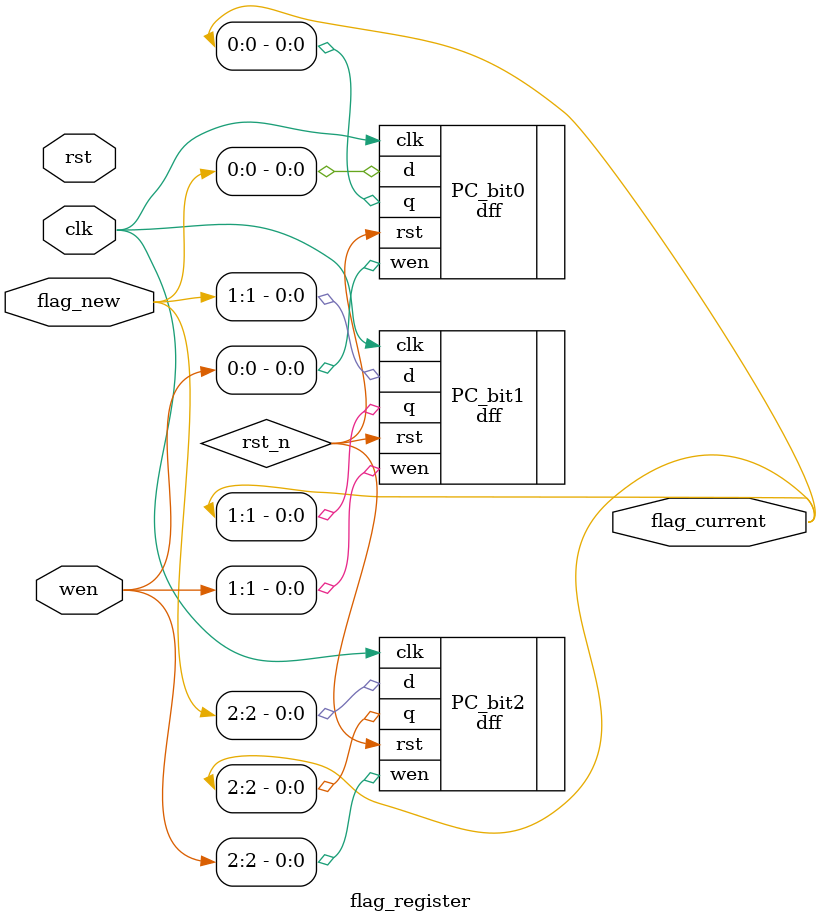
<source format=v>
module flag_register(
	input [2:0]flag_new,
	input [2:0]wen,
	input clk,
	input rst,
	output [2:0]flag_current
);

dff PC_bit0(
	.d(flag_new[0]), 
	.q(flag_current[0]), 
	.wen(wen[0]), 
	.clk(clk), 
	.rst(rst_n)
);

dff PC_bit1(
	.d(flag_new[1]), 
	.q(flag_current[1]), 
	.wen(wen[1]), 
	.clk(clk), 
	.rst(rst_n)
);

dff PC_bit2(
	.d(flag_new[2]), 
	.q(flag_current[2]), 
	.wen(wen[2]), 
	.clk(clk), 
	.rst(rst_n)
);

endmodule
</source>
